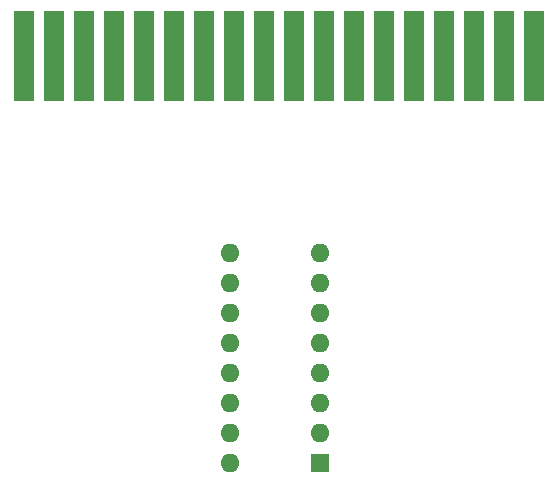
<source format=gbr>
%TF.GenerationSoftware,KiCad,Pcbnew,8.0.8*%
%TF.CreationDate,2025-03-09T11:33:26+01:00*%
%TF.ProjectId,HP 10529A reference card,48502031-3035-4323-9941-207265666572,rev?*%
%TF.SameCoordinates,Original*%
%TF.FileFunction,Soldermask,Top*%
%TF.FilePolarity,Negative*%
%FSLAX46Y46*%
G04 Gerber Fmt 4.6, Leading zero omitted, Abs format (unit mm)*
G04 Created by KiCad (PCBNEW 8.0.8) date 2025-03-09 11:33:26*
%MOMM*%
%LPD*%
G01*
G04 APERTURE LIST*
%ADD10R,1.780000X7.620000*%
%ADD11R,1.600000X1.600000*%
%ADD12O,1.600000X1.600000*%
G04 APERTURE END LIST*
D10*
%TO.C,REF\u002A\u002A*%
X158850000Y-30040000D03*
X161390000Y-30040000D03*
X163930000Y-30040000D03*
X166470000Y-30040000D03*
X169010000Y-30040000D03*
X171550000Y-30040000D03*
X174090000Y-30040000D03*
X176630000Y-30040000D03*
X179170000Y-30040000D03*
X181710000Y-30040000D03*
X184250000Y-30040000D03*
X186790000Y-30040000D03*
X189330000Y-30040000D03*
X191870000Y-30040000D03*
X194410000Y-30040000D03*
X196950000Y-30040000D03*
X199490000Y-30040000D03*
X202030000Y-30040000D03*
%TD*%
D11*
%TO.C,REF\u002A\u002A*%
X183900000Y-64490000D03*
D12*
X183900000Y-61950000D03*
X183900000Y-59410000D03*
X183900000Y-56870000D03*
X183900000Y-54330000D03*
X183900000Y-51790000D03*
X183900000Y-49250000D03*
X183900000Y-46710000D03*
X176280000Y-46710000D03*
X176280000Y-49250000D03*
X176280000Y-51790000D03*
X176280000Y-54330000D03*
X176280000Y-56870000D03*
X176280000Y-59410000D03*
X176280000Y-61950000D03*
X176280000Y-64490000D03*
%TD*%
M02*

</source>
